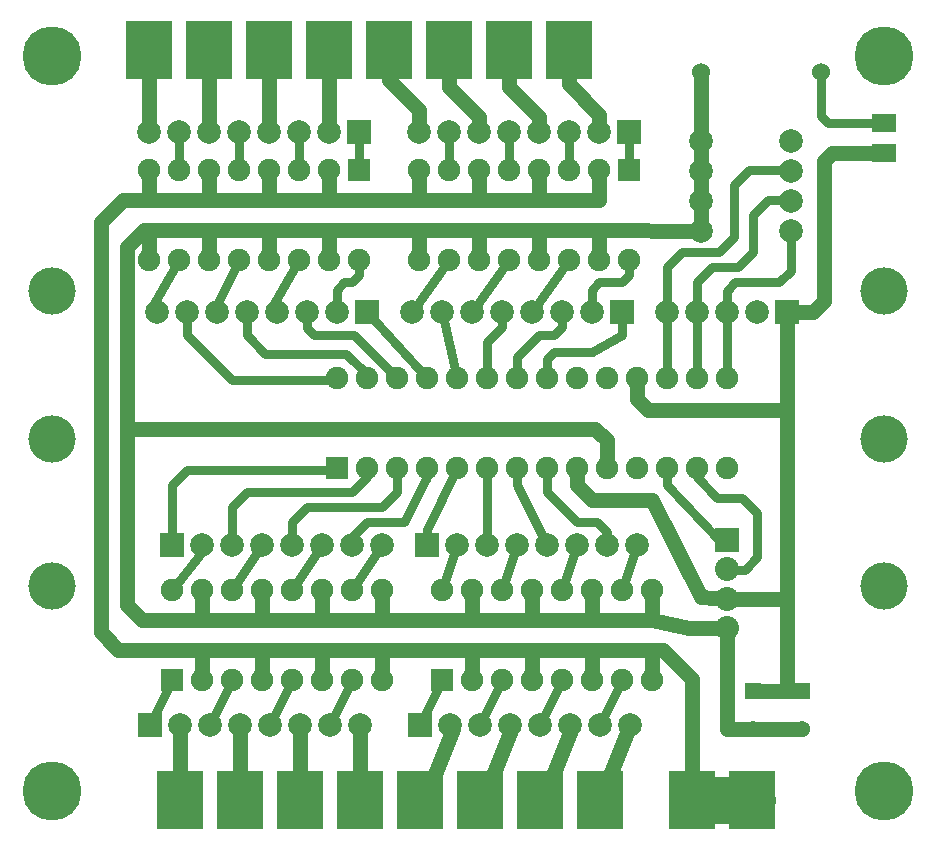
<source format=gbr>
G04 EasyPC Gerber Version 20.0.2 Build 4112 *
G04 #@! TF.Part,Single*
G04 #@! TF.FileFunction,Copper,L1,Bot *
%FSLAX35Y35*%
%MOIN*%
G04 #@! TA.AperFunction,SMDPad*
%ADD113R,0.15748X0.19685*%
G04 #@! TA.AperFunction,ComponentPad*
%ADD102R,0.05400X0.05400*%
%ADD131R,0.07500X0.07500*%
%ADD108R,0.07874X0.07874*%
%ADD105R,0.08000X0.08000*%
G04 #@! TD.AperFunction*
%ADD133C,0.03150*%
%ADD20C,0.05000*%
G04 #@! TA.AperFunction,ComponentPad*
%ADD103C,0.05400*%
G04 #@! TD.AperFunction*
%ADD22C,0.06000*%
G04 #@! TA.AperFunction,ComponentPad*
%ADD132C,0.07500*%
%ADD107C,0.07874*%
%ADD106C,0.08000*%
G04 #@! TD.AperFunction*
%ADD115C,0.15748*%
G04 #@! TA.AperFunction,SMDPad*
%ADD114R,0.08000X0.06000*%
G04 #@! TA.AperFunction,WasherPad*
%ADD130C,0.19685*%
X0Y0D02*
D02*
D20*
X45250Y139118D02*
Y80329D01*
X50211Y75368*
X70250*
X45250Y155368D02*
Y139118D01*
Y157868D02*
Y155368D01*
X52750Y195368D02*
Y205368D01*
X50939*
X45250Y199679*
Y155368*
X52750Y205368D02*
X72750D01*
X52750Y215368D02*
X43921D01*
X36500Y207947*
Y71215*
X42346Y65368*
X70250*
X52750Y215368D02*
X72750D01*
X52750Y225368D02*
Y215368D01*
Y238124D02*
Y265407D01*
X62809Y40368D02*
Y15368D01*
X70250Y55368D02*
Y65368D01*
X90250*
X70250Y75368D02*
X90250D01*
X70250Y85368D02*
Y75368D01*
X72750Y195368D02*
Y205368D01*
X92750*
X72750Y215368D02*
X92750D01*
X72750Y225368D02*
Y215368D01*
Y238124D02*
Y265407D01*
X82809Y40368D02*
Y15368D01*
X90250Y65368D02*
Y55368D01*
Y65368D02*
X110250D01*
X90250Y75368D02*
X110250D01*
X90250Y85368D02*
Y75368D01*
X92750Y195368D02*
Y205368D01*
X110250*
X92750Y215368D02*
X112750D01*
X92750Y225368D02*
Y215368D01*
Y238124D02*
Y265407D01*
X102809Y40368D02*
Y15368D01*
X110250Y65368D02*
Y55368D01*
Y65368D02*
X130250D01*
X110250Y75368D02*
X130250D01*
X110250Y85368D02*
Y75368D01*
Y205368D02*
X140250D01*
X112750Y195368D02*
Y205368D01*
X110250*
X112750Y215368D02*
X140250D01*
X112750Y225368D02*
Y215368D01*
Y238124D02*
Y265407D01*
X122809Y40368D02*
Y15368D01*
X130250Y65368D02*
Y55368D01*
Y65368D02*
X160250D01*
X130250Y75368D02*
X160250D01*
X130250Y85368D02*
Y75368D01*
X132750Y265407D02*
Y255368D01*
X142750Y245368*
Y237888*
X140250Y205368D02*
X162750D01*
X140250Y215368D02*
X162750D01*
X142750Y195368D02*
Y205368D01*
X140250*
X142750Y225368D02*
Y215368D01*
X140250*
X152809Y40368D02*
X154000D01*
Y39118*
X144000Y14118*
X142809*
Y15368*
X160250Y65368D02*
Y55368D01*
Y65368D02*
X180250D01*
X160250Y75368D02*
X180250D01*
X160250Y85368D02*
Y75368D01*
X162750Y195368D02*
Y205368D01*
X182750*
X162750Y215368D02*
X182750D01*
X162750Y225368D02*
Y215368D01*
Y237888D02*
Y242868D01*
X152750Y252868*
Y265407*
X172809Y40368D02*
X174000D01*
X164000Y15368*
X162809*
X180250Y65368D02*
Y55368D01*
Y65368D02*
X200250D01*
X180250Y75368D02*
X200250D01*
X180250Y85368D02*
Y75368D01*
X182750Y205368D02*
Y195368D01*
Y205368D02*
X202750D01*
X182750Y215368D02*
X202750D01*
Y225368*
X182750D02*
Y215368D01*
Y237888D02*
Y242868D01*
X172750Y252868*
Y265407*
X192809Y40368D02*
X194000D01*
X184000Y15368*
X182809*
X195250Y126068D02*
Y120368D01*
X200250Y115368*
X220250*
X236500Y82868*
X245250Y82376*
X200250Y65368D02*
Y55368D01*
Y65368D02*
X220250D01*
Y55368*
X200250Y75368D02*
X220250D01*
X200250Y85368D02*
Y75368D01*
X202750Y205368D02*
X236500Y205152D01*
X202750Y205368D02*
Y195368D01*
Y237888D02*
Y243762D01*
X197750Y248762*
Y249118*
X192750Y254118*
Y265407*
X205250Y126068D02*
Y135201D01*
X201333Y139118*
X45250*
X212809Y40368D02*
X202809Y15368D01*
X215250Y156068D02*
Y149118D01*
X219000Y145368*
X265250*
X220250Y75368D02*
Y85368D01*
X233754Y15250D02*
Y55614D01*
X224000Y65368*
X220250*
Y55368*
X236500Y205152D02*
Y215152D01*
Y225152*
Y235152*
Y257868D02*
Y235152D01*
X245250Y72533D02*
X232750D01*
X220250Y75368*
X254000Y39118D02*
X245250D01*
Y72533*
X254000Y51618D02*
X265250D01*
Y82219*
X254000Y51618D02*
X270250D01*
X265250Y82219D02*
X245250D01*
Y82376*
X265250Y145368D02*
Y82219D01*
Y177868D02*
Y145368D01*
X270250Y39118D02*
X254000D01*
X297700Y230947D02*
X280250D01*
X277750Y228447*
Y181618*
X274000Y177868*
X265250*
D02*
D22*
X236500Y257868D03*
X276500D03*
D02*
D102*
X254000Y51618D03*
X270250D03*
D02*
D103*
X254000Y39118D03*
X270250D03*
D02*
D105*
X245250Y102061D03*
D02*
D106*
Y72533D03*
Y82376D03*
Y92219D03*
D02*
D107*
X52750Y238124D03*
X55250Y177868D03*
X62750Y238124D03*
X62809Y40368D03*
X65250Y177868D03*
X70250Y100368D03*
X72750Y238124D03*
X72809Y40368D03*
X75250Y177868D03*
X80250Y100368D03*
X82750Y238124D03*
X82809Y40368D03*
X85250Y177868D03*
X90250Y100368D03*
X92750Y238124D03*
X92809Y40368D03*
X95250Y177868D03*
X100250Y100368D03*
X102750Y238124D03*
X102809Y40368D03*
X105250Y177868D03*
X110250Y100368D03*
X112750Y238124D03*
X112809Y40368D03*
X115250Y177868D03*
X120250Y100368D03*
X122809Y40368D03*
X130250Y100368D03*
X140250Y177868D03*
X142750Y237888D03*
X150250Y177868D03*
X152750Y237888D03*
X152809Y40368D03*
X155250Y100368D03*
X160250Y177868D03*
X162750Y237888D03*
X162809Y40368D03*
X165250Y100368D03*
X170250Y177868D03*
X172750Y237888D03*
X172809Y40368D03*
X175250Y100368D03*
X180250Y177868D03*
X182750Y237888D03*
X182809Y40368D03*
X185250Y100368D03*
X190250Y177868D03*
X192750Y237888D03*
X192809Y40368D03*
X195250Y100368D03*
X200250Y177868D03*
X202750Y237888D03*
X202809Y40368D03*
X205250Y100368D03*
X212809Y40368D03*
X215250Y100368D03*
X225250Y177868D03*
X235250D03*
X236500Y205152D03*
Y215152D03*
Y225152D03*
Y235152D03*
X245250Y177868D03*
X255250D03*
X266500Y205152D03*
Y215152D03*
Y225152D03*
Y235152D03*
D02*
D108*
X52809Y40368D03*
X60250Y100368D03*
X122750Y238124D03*
X125250Y177868D03*
X142809Y40368D03*
X145250Y100368D03*
X210250Y177868D03*
X212750Y237888D03*
X265250Y177868D03*
D02*
D113*
X52750Y265407D03*
X62809Y15368D03*
X72750Y265407D03*
X82809Y15368D03*
X92750Y265407D03*
X102809Y15368D03*
X112750Y265407D03*
X122809Y15368D03*
X132750Y265407D03*
X142809Y15368D03*
X152750Y265407D03*
X162809Y15368D03*
X172750Y265407D03*
X182809Y15368D03*
X192750Y265407D03*
X202809Y15368D03*
X233754Y15250D03*
X253596D03*
D02*
D114*
X297700Y230947D03*
Y240947D03*
D02*
D115*
X20250Y86569D03*
Y135781D03*
Y184994D03*
X233754Y15250D02*
X253596D01*
X297750Y86569D03*
Y135781D03*
Y184994D03*
D02*
D130*
X20250Y18236D03*
Y263236D03*
X297750Y18236D03*
Y263236D03*
D02*
D131*
X60250Y55368D03*
X115250Y126068D03*
X122750Y225368D03*
X150250Y55368D03*
X212750Y225368D03*
D02*
D132*
X52750Y195368D03*
Y225368D03*
X60250Y85368D03*
X62750Y195368D03*
Y225368D03*
X70250Y55368D03*
Y85368D03*
X72750Y195368D03*
Y225368D03*
X80250Y55368D03*
Y85368D03*
X82750Y195368D03*
Y225368D03*
X90250Y55368D03*
Y85368D03*
X92750Y195368D03*
Y225368D03*
X100250Y55368D03*
Y85368D03*
X102750Y195368D03*
Y225368D03*
X110250Y55368D03*
Y85368D03*
X112750Y195368D03*
Y225368D03*
X115250Y156068D03*
X120250Y55368D03*
Y85368D03*
X122750Y195368D03*
X125250Y126068D03*
Y156068D03*
X130250Y55368D03*
Y85368D03*
X135250Y126068D03*
Y156068D03*
X142750Y195368D03*
Y225368D03*
X145250Y126068D03*
Y156068D03*
X150250Y85368D03*
X152750Y195368D03*
Y225368D03*
X155250Y126068D03*
Y156068D03*
X160250Y55368D03*
Y85368D03*
X162750Y195368D03*
Y225368D03*
X165250Y126068D03*
Y156068D03*
X170250Y55368D03*
Y85368D03*
X172750Y195368D03*
Y225368D03*
X175250Y126068D03*
Y156068D03*
X180250Y55368D03*
Y85368D03*
X182750Y195368D03*
Y225368D03*
X185250Y126068D03*
Y156068D03*
X190250Y55368D03*
Y85368D03*
X192750Y195368D03*
Y225368D03*
X195250Y126068D03*
Y156068D03*
X200250Y55368D03*
Y85368D03*
X202750Y195368D03*
Y225368D03*
X205250Y126068D03*
Y156068D03*
X210250Y55368D03*
Y85368D03*
X212750Y195368D03*
X215250Y126068D03*
Y156068D03*
X220250Y55368D03*
Y85368D03*
X225250Y126068D03*
Y156068D03*
X235250Y126068D03*
Y156068D03*
X245250Y126068D03*
Y156068D03*
D02*
D133*
X55250Y177868D02*
X52750D01*
X62750Y195368*
X60250Y55368D02*
X52809Y40368D01*
X62750Y238124D02*
Y225368D01*
X65250Y177868D02*
Y170368D01*
X80250Y155368*
X115250*
Y156068*
X70250Y100368D02*
Y97868D01*
X60250Y85368*
X75250Y177868D02*
Y180368D01*
X82750Y195368*
X80250Y55368D02*
X72809Y40368D01*
X80250Y100368D02*
Y112868D01*
X85250Y117868*
X120250*
X125250Y122868*
Y126068*
X82750Y238124D02*
Y225368D01*
X90250Y100368D02*
X80250Y85368D01*
X95250Y177868D02*
X92750D01*
X102750Y195368*
X100250Y55368D02*
X92809Y40368D01*
X100250Y100368D02*
Y107868D01*
X105250Y112868*
X130250*
X135250Y117868*
Y126068*
X102750Y238124D02*
Y225368D01*
X110250Y100368D02*
X100250Y85368D01*
X115250Y126068D02*
Y125368D01*
X65250*
X60250Y120368*
Y100368*
X115250Y177868D02*
Y185368D01*
X117750Y187868*
X120250*
X122750Y190368*
Y195368*
X120250Y55368D02*
X112809Y40368D01*
X120250Y100368D02*
Y102868D01*
X125250Y107868*
X137750*
X145250Y122868*
Y126068*
X122750Y238124D02*
Y225368D01*
X125250Y156068D02*
Y157228D01*
X118381Y164096*
X91338*
X85250Y170184*
Y177868*
X125250D02*
X145250Y156068D01*
X130250Y100368D02*
X120250Y85368D01*
X135250Y156068D02*
X120950Y170368D01*
X107566*
X105250Y172684*
Y177868*
X150250Y55368D02*
X142809Y40368D01*
X150250Y177868D02*
X155250Y156068D01*
X152750Y195368D02*
X140250Y177868D01*
X152750Y237888D02*
Y225368D01*
X155250Y100368D02*
X150250Y85368D01*
X155250Y126068D02*
X145250Y105368D01*
Y100368*
X165250Y126068D02*
Y100368D01*
X170250Y55368D02*
X162809Y40368D01*
X170250Y177868D02*
Y172868D01*
X165250Y167868*
Y156068*
X172750Y195368D02*
X160250Y177868D01*
X172750Y237888D02*
Y225368D01*
X175250Y100368D02*
X170250Y85368D01*
X175250Y126068D02*
Y120368D01*
X185250Y100368*
X190250Y55368D02*
X182809Y40368D01*
X190250Y177868D02*
Y172868D01*
X187750Y170368*
X182750*
X175250Y162868*
Y156068*
X192750Y195368D02*
X180250Y177868D01*
X192750Y237888D02*
Y225368D01*
X195250Y100368D02*
X190250Y85368D01*
X205250Y100368D02*
Y104618D01*
X202000Y107868*
X195250*
X185250Y117868*
Y126068*
X210250Y55368D02*
X202809Y40368D01*
X210250Y177868D02*
Y170368D01*
X200250Y164721*
X187750*
X185250Y162221*
Y156068*
X212750Y195368D02*
Y190368D01*
X210250Y187868*
X202750*
X200250Y185368*
Y177868*
X212750Y237888D02*
Y225368D01*
X215250Y100368D02*
X210250Y85368D01*
X225250Y126068D02*
Y120368D01*
X242512Y101856*
Y102061*
X245250*
X225250Y177868D02*
Y156068D01*
X235250Y126068D02*
Y122868D01*
X242132Y115986*
X250213*
X255250Y110950*
Y96217*
X251173Y92140*
X245250*
Y92219*
X235250Y177868D02*
Y187868D01*
X240250Y192868*
X249000*
X254000Y197868*
Y210368*
X259000Y215368*
X266500*
Y215152*
X235250Y177868D02*
Y156068D01*
X245250Y177868D02*
Y185002D01*
X248116Y187868*
X262750*
X266500Y191618*
Y205152*
X245250Y177868D02*
Y156068D01*
X266500Y225152D02*
Y225368D01*
X252750*
X247750Y220368*
Y202868*
X242750Y197868*
X230250*
X225250Y192868*
Y177868*
X276500Y257868D02*
Y243447D01*
X279000Y240947*
X297700*
X0Y0D02*
M02*

</source>
